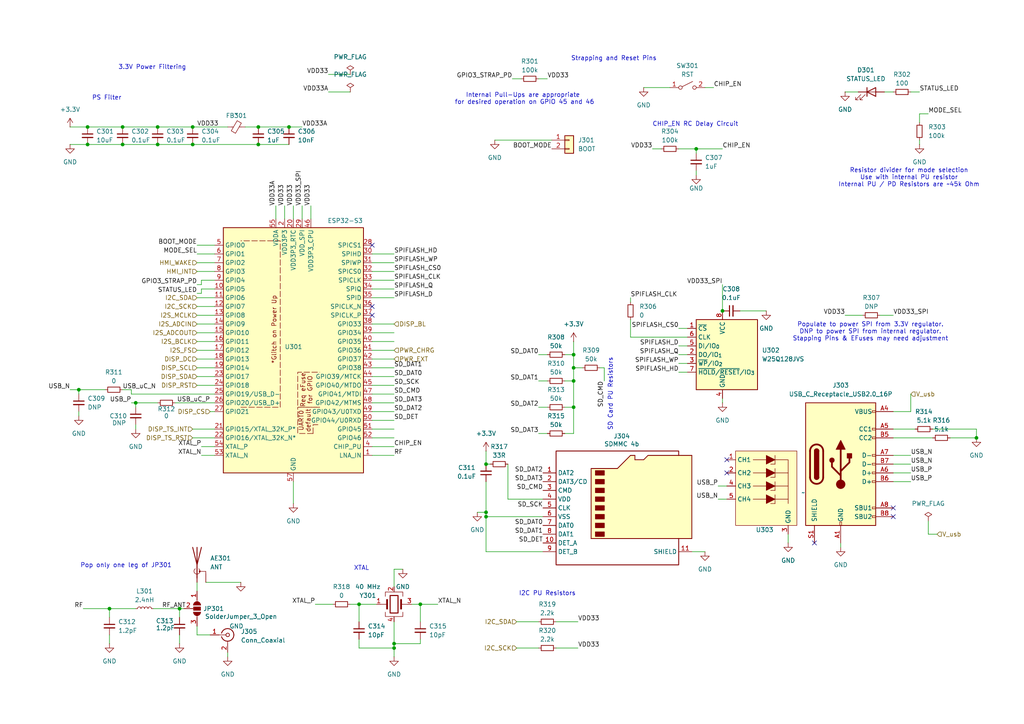
<source format=kicad_sch>
(kicad_sch (version 20250114) (generator "eeschema") (generator_version "9.0")
  (paper "A4")
  (text "Internal Pull-Ups are appropriate \nfor desired operation on GPIO 45 and 46" (at 152.146 28.702 0) (effects (font (size 1.27 1.27))))
  (text "3.3V Power Filtering" (at 34.29 20.32 0) (effects (font (size 1.27 1.27)) (justify left bottom)))
  (text "Resistor divider for mode selection\nUse with internal PU resistor\nInternal PU / PD Resistors are ~45k Ohm" (at 263.652 51.562 0) (effects (font (size 1.27 1.27))))
  (text "I2C PU Resistors" (at 158.75 172.212 0) (effects (font (size 1.27 1.27))))
  (text "CHIP_EN RC Delay Circuit" (at 189.23 36.83 0) (effects (font (size 1.27 1.27)) (justify left bottom)))
  (text "SD Card PU Resistors" (at 177.8 124.968 90) (effects (font (size 1.27 1.27)) (justify left bottom)))
  (text "Strapping and Reset Pins" (at 165.608 17.78 0) (effects (font (size 1.27 1.27)) (justify left bottom)))
  (text "Pop only one leg of JP301" (at 36.576 164.084 0) (effects (font (size 1.27 1.27))))
  (text "XTAL" (at 102.616 165.608 0) (effects (font (size 1.27 1.27)) (justify left bottom)))
  (text "PS Filter" (at 26.67 29.21 0) (effects (font (size 1.27 1.27)) (justify left bottom)))
  (text "Populate to power SPI from 3.3V regulator.\nDNP to power SPI from internal regulator.\nStapping Pins & EFuses may need adjustment" (at 252.476 96.266 0) (effects (font (size 1.27 1.27))))
  (junction (at 166.37 118.11))
  (junction (at 31.75 176.53))
  (junction (at 35.56 41.91))
  (junction (at 39.37 116.84))
  (junction (at 22.86 113.03))
  (junction (at 166.37 106.68))
  (junction (at 45.72 41.91))
  (junction (at 35.56 36.83))
  (junction (at 140.97 148.59))
  (junction (at 74.93 41.91))
  (junction (at 121.92 175.26))
  (junction (at 52.07 176.53))
  (junction (at 140.97 134.62))
  (junction (at 166.37 110.49))
  (junction (at 114.3 186.69))
  (junction (at 55.88 36.83))
  (junction (at 55.88 41.91))
  (junction (at 74.93 36.83))
  (junction (at 201.93 43.18))
  (junction (at 283.21 127))
  (junction (at 166.37 102.87))
  (junction (at 114.3 187.96))
  (junction (at 140.97 149.86))
  (junction (at 104.14 175.26))
  (junction (at 83.82 36.83))
  (junction (at 25.4 36.83))
  (junction (at 45.72 36.83))
  (junction (at 209.55 90.17))
  (junction (at 25.4 41.91))
  (no_connect (at 107.95 71.12))
  (no_connect (at 107.95 88.9))
  (no_connect (at 107.95 91.44))
  (no_connect (at 210.82 133.35))
  (no_connect (at 210.82 137.16))
  (no_connect (at 259.08 147.32))
  (no_connect (at 259.08 149.86))
  (no_connect (at 236.22 157.48))
  (wire (pts (xy 57.15 91.44) (xy 62.23 91.44)))
  (wire (pts (xy 57.15 111.76) (xy 62.23 111.76)))
  (wire (pts (xy 107.95 78.74) (xy 114.3 78.74)))
  (wire (pts (xy 107.95 127) (xy 114.3 127)))
  (wire (pts (xy 22.86 114.3) (xy 22.86 113.03)))
  (wire (pts (xy 147.32 144.78) (xy 157.48 144.78)))
  (wire (pts (xy 107.95 132.08) (xy 114.3 132.08)))
  (wire (pts (xy 259.08 119.38) (xy 264.16 119.38)))
  (wire (pts (xy 55.88 127) (xy 62.23 127)))
  (wire (pts (xy 166.37 118.11) (xy 166.37 110.49)))
  (wire (pts (xy 57.15 86.36) (xy 62.23 86.36)))
  (wire (pts (xy 275.59 127) (xy 283.21 127)))
  (wire (pts (xy 107.95 86.36) (xy 114.3 86.36)))
  (wire (pts (xy 107.95 73.66) (xy 114.3 73.66)))
  (wire (pts (xy 182.88 92.71) (xy 182.88 97.79)))
  (wire (pts (xy 59.69 168.91) (xy 69.85 168.91)))
  (wire (pts (xy 107.95 114.3) (xy 114.3 114.3)))
  (wire (pts (xy 166.37 106.68) (xy 168.91 106.68)))
  (wire (pts (xy 201.93 50.8) (xy 201.93 49.53)))
  (wire (pts (xy 245.11 26.67) (xy 248.92 26.67)))
  (wire (pts (xy 114.3 186.69) (xy 114.3 187.96)))
  (wire (pts (xy 166.37 102.87) (xy 166.37 99.06)))
  (wire (pts (xy 20.32 36.83) (xy 25.4 36.83)))
  (wire (pts (xy 138.43 148.59) (xy 140.97 148.59)))
  (wire (pts (xy 121.92 175.26) (xy 127 175.26)))
  (wire (pts (xy 58.42 82.55) (xy 58.42 81.28)))
  (wire (pts (xy 114.3 187.96) (xy 114.3 190.5)))
  (wire (pts (xy 58.42 83.82) (xy 62.23 83.82)))
  (wire (pts (xy 57.15 101.6) (xy 62.23 101.6)))
  (wire (pts (xy 161.29 187.96) (xy 167.64 187.96)))
  (wire (pts (xy 156.21 102.87) (xy 158.75 102.87)))
  (wire (pts (xy 264.16 26.67) (xy 266.7 26.67)))
  (wire (pts (xy 35.56 113.03) (xy 38.1 113.03)))
  (wire (pts (xy 31.75 176.53) (xy 39.37 176.53)))
  (wire (pts (xy 163.83 118.11) (xy 166.37 118.11)))
  (wire (pts (xy 74.93 41.91) (xy 83.82 41.91)))
  (wire (pts (xy 22.86 113.03) (xy 30.48 113.03)))
  (wire (pts (xy 269.24 151.13) (xy 269.24 154.94)))
  (wire (pts (xy 166.37 110.49) (xy 166.37 106.68)))
  (wire (pts (xy 121.92 175.26) (xy 121.92 180.34)))
  (wire (pts (xy 140.97 130.81) (xy 140.97 134.62)))
  (wire (pts (xy 147.32 144.78) (xy 147.32 134.62)))
  (wire (pts (xy 107.95 119.38) (xy 114.3 119.38)))
  (wire (pts (xy 25.4 36.83) (xy 35.56 36.83)))
  (wire (pts (xy 148.59 22.86) (xy 151.13 22.86)))
  (wire (pts (xy 104.14 187.96) (xy 114.3 187.96)))
  (wire (pts (xy 189.23 43.18) (xy 191.77 43.18)))
  (wire (pts (xy 57.15 181.61) (xy 57.15 184.15)))
  (wire (pts (xy 209.55 82.55) (xy 209.55 90.17)))
  (wire (pts (xy 140.97 139.7) (xy 140.97 148.59)))
  (wire (pts (xy 31.75 184.15) (xy 31.75 186.69)))
  (wire (pts (xy 22.86 119.38) (xy 22.86 120.65)))
  (wire (pts (xy 259.08 134.62) (xy 264.16 134.62)))
  (wire (pts (xy 255.27 91.44) (xy 259.08 91.44)))
  (wire (pts (xy 57.15 73.66) (xy 62.23 73.66)))
  (wire (pts (xy 38.1 113.03) (xy 38.1 114.3)))
  (wire (pts (xy 52.07 176.53) (xy 53.34 176.53)))
  (wire (pts (xy 114.3 165.1) (xy 116.84 165.1)))
  (wire (pts (xy 156.21 22.86) (xy 158.75 22.86)))
  (wire (pts (xy 57.15 104.14) (xy 62.23 104.14)))
  (wire (pts (xy 57.15 76.2) (xy 62.23 76.2)))
  (wire (pts (xy 204.47 25.4) (xy 207.01 25.4)))
  (wire (pts (xy 269.24 154.94) (xy 271.78 154.94)))
  (wire (pts (xy 208.28 140.97) (xy 210.82 140.97)))
  (wire (pts (xy 107.95 101.6) (xy 114.3 101.6)))
  (wire (pts (xy 107.95 106.68) (xy 114.3 106.68)))
  (wire (pts (xy 214.63 90.17) (xy 222.25 90.17)))
  (wire (pts (xy 196.85 105.41) (xy 199.39 105.41)))
  (wire (pts (xy 283.21 127) (xy 283.21 124.46)))
  (wire (pts (xy 166.37 125.73) (xy 166.37 118.11)))
  (wire (pts (xy 44.45 176.53) (xy 52.07 176.53)))
  (wire (pts (xy 121.92 186.69) (xy 121.92 185.42)))
  (wire (pts (xy 196.85 95.25) (xy 199.39 95.25)))
  (wire (pts (xy 58.42 85.09) (xy 58.42 83.82)))
  (wire (pts (xy 60.96 119.38) (xy 62.23 119.38)))
  (wire (pts (xy 182.88 97.79) (xy 199.39 97.79)))
  (wire (pts (xy 57.15 99.06) (xy 62.23 99.06)))
  (wire (pts (xy 24.13 176.53) (xy 31.75 176.53)))
  (wire (pts (xy 57.15 88.9) (xy 62.23 88.9)))
  (wire (pts (xy 39.37 118.11) (xy 39.37 116.84)))
  (wire (pts (xy 163.83 102.87) (xy 166.37 102.87)))
  (wire (pts (xy 57.15 168.91) (xy 57.15 171.45)))
  (wire (pts (xy 196.85 100.33) (xy 199.39 100.33)))
  (wire (pts (xy 201.93 43.18) (xy 201.93 44.45)))
  (wire (pts (xy 50.8 116.84) (xy 62.23 116.84)))
  (wire (pts (xy 107.95 116.84) (xy 114.3 116.84)))
  (wire (pts (xy 80.01 59.69) (xy 80.01 63.5)))
  (wire (pts (xy 256.54 26.67) (xy 259.08 26.67)))
  (wire (pts (xy 57.15 93.98) (xy 62.23 93.98)))
  (wire (pts (xy 156.21 118.11) (xy 158.75 118.11)))
  (wire (pts (xy 101.6 175.26) (xy 104.14 175.26)))
  (wire (pts (xy 58.42 81.28) (xy 62.23 81.28)))
  (wire (pts (xy 57.15 78.74) (xy 62.23 78.74)))
  (wire (pts (xy 107.95 111.76) (xy 114.3 111.76)))
  (wire (pts (xy 149.86 187.96) (xy 156.21 187.96)))
  (wire (pts (xy 196.85 102.87) (xy 199.39 102.87)))
  (wire (pts (xy 82.55 59.69) (xy 82.55 63.5)))
  (wire (pts (xy 90.17 59.69) (xy 90.17 63.5)))
  (wire (pts (xy 71.12 36.83) (xy 74.93 36.83)))
  (wire (pts (xy 58.42 132.08) (xy 62.23 132.08)))
  (wire (pts (xy 85.09 139.7) (xy 85.09 146.05)))
  (wire (pts (xy 55.88 124.46) (xy 62.23 124.46)))
  (wire (pts (xy 243.84 157.48) (xy 243.84 158.75)))
  (wire (pts (xy 55.88 41.91) (xy 74.93 41.91)))
  (wire (pts (xy 140.97 160.02) (xy 157.48 160.02)))
  (wire (pts (xy 35.56 41.91) (xy 45.72 41.91)))
  (wire (pts (xy 196.85 107.95) (xy 199.39 107.95)))
  (wire (pts (xy 259.08 132.08) (xy 264.16 132.08)))
  (wire (pts (xy 114.3 170.18) (xy 114.3 165.1)))
  (wire (pts (xy 104.14 175.26) (xy 104.14 180.34)))
  (wire (pts (xy 45.72 36.83) (xy 55.88 36.83)))
  (wire (pts (xy 57.15 96.52) (xy 62.23 96.52)))
  (wire (pts (xy 107.95 99.06) (xy 114.3 99.06)))
  (wire (pts (xy 38.1 116.84) (xy 39.37 116.84)))
  (wire (pts (xy 55.88 36.83) (xy 66.04 36.83)))
  (wire (pts (xy 119.38 175.26) (xy 121.92 175.26)))
  (wire (pts (xy 140.97 148.59) (xy 140.97 149.86)))
  (wire (pts (xy 104.14 187.96) (xy 104.14 185.42)))
  (wire (pts (xy 259.08 127) (xy 270.51 127)))
  (wire (pts (xy 107.95 76.2) (xy 114.3 76.2)))
  (wire (pts (xy 283.21 124.46) (xy 270.51 124.46)))
  (wire (pts (xy 259.08 139.7) (xy 264.16 139.7)))
  (wire (pts (xy 20.32 113.03) (xy 22.86 113.03)))
  (wire (pts (xy 25.4 41.91) (xy 35.56 41.91)))
  (wire (pts (xy 156.21 125.73) (xy 158.75 125.73)))
  (wire (pts (xy 57.15 109.22) (xy 62.23 109.22)))
  (wire (pts (xy 45.72 41.91) (xy 55.88 41.91)))
  (wire (pts (xy 107.95 124.46) (xy 114.3 124.46)))
  (wire (pts (xy 259.08 137.16) (xy 264.16 137.16)))
  (wire (pts (xy 266.7 40.64) (xy 266.7 41.91)))
  (wire (pts (xy 95.25 21.59) (xy 101.6 21.59)))
  (wire (pts (xy 182.88 86.36) (xy 182.88 87.63)))
  (wire (pts (xy 107.95 121.92) (xy 114.3 121.92)))
  (wire (pts (xy 39.37 123.19) (xy 39.37 124.46)))
  (wire (pts (xy 161.29 180.34) (xy 167.64 180.34)))
  (wire (pts (xy 140.97 149.86) (xy 157.48 149.86)))
  (wire (pts (xy 163.83 110.49) (xy 166.37 110.49)))
  (wire (pts (xy 57.15 71.12) (xy 62.23 71.12)))
  (wire (pts (xy 95.25 26.67) (xy 101.6 26.67)))
  (wire (pts (xy 264.16 114.3) (xy 264.16 119.38)))
  (wire (pts (xy 35.56 36.83) (xy 45.72 36.83)))
  (wire (pts (xy 91.44 175.26) (xy 96.52 175.26)))
  (wire (pts (xy 209.55 115.57) (xy 209.55 116.84)))
  (wire (pts (xy 74.93 36.83) (xy 83.82 36.83)))
  (wire (pts (xy 107.95 81.28) (xy 114.3 81.28)))
  (wire (pts (xy 31.75 176.53) (xy 31.75 179.07)))
  (wire (pts (xy 87.63 59.69) (xy 87.63 63.5)))
  (wire (pts (xy 57.15 106.68) (xy 62.23 106.68)))
  (wire (pts (xy 114.3 180.34) (xy 114.3 186.69)))
  (wire (pts (xy 104.14 175.26) (xy 109.22 175.26)))
  (wire (pts (xy 52.07 184.15) (xy 52.07 186.69)))
  (wire (pts (xy 143.51 40.64) (xy 160.02 40.64)))
  (wire (pts (xy 266.7 33.02) (xy 266.7 35.56)))
  (wire (pts (xy 200.66 160.02) (xy 204.47 160.02)))
  (wire (pts (xy 107.95 104.14) (xy 114.3 104.14)))
  (wire (pts (xy 266.7 33.02) (xy 269.24 33.02)))
  (wire (pts (xy 107.95 96.52) (xy 114.3 96.52)))
  (wire (pts (xy 66.04 189.23) (xy 66.04 190.5)))
  (wire (pts (xy 186.69 25.4) (xy 194.31 25.4)))
  (wire (pts (xy 107.95 129.54) (xy 114.3 129.54)))
  (wire (pts (xy 57.15 82.55) (xy 58.42 82.55)))
  (wire (pts (xy 208.28 144.78) (xy 210.82 144.78)))
  (wire (pts (xy 20.32 41.91) (xy 25.4 41.91)))
  (wire (pts (xy 149.86 180.34) (xy 156.21 180.34)))
  (wire (pts (xy 163.83 125.73) (xy 166.37 125.73)))
  (wire (pts (xy 83.82 36.83) (xy 87.63 36.83)))
  (wire (pts (xy 107.95 93.98) (xy 114.3 93.98)))
  (wire (pts (xy 58.42 129.54) (xy 62.23 129.54)))
  (wire (pts (xy 196.85 43.18) (xy 201.93 43.18)))
  (wire (pts (xy 259.08 124.46) (xy 265.43 124.46)))
  (wire (pts (xy 57.15 184.15) (xy 60.96 184.15)))
  (wire (pts (xy 140.97 134.62) (xy 142.24 134.62)))
  (wire (pts (xy 173.99 106.68) (xy 175.26 106.68)))
  (wire (pts (xy 166.37 106.68) (xy 166.37 102.87)))
  (wire (pts (xy 228.6 154.94) (xy 228.6 157.48)))
  (wire (pts (xy 52.07 179.07) (xy 52.07 176.53)))
  (wire (pts (xy 107.95 109.22) (xy 114.3 109.22)))
  (wire (pts (xy 201.93 43.18) (xy 209.55 43.18)))
  (wire (pts (xy 38.1 114.3) (xy 62.23 114.3)))
  (wire (pts (xy 114.3 186.69) (xy 121.92 186.69)))
  (wire (pts (xy 175.26 106.68) (xy 175.26 110.49)))
  (wire (pts (xy 57.15 85.09) (xy 58.42 85.09)))
  (wire (pts (xy 245.11 91.44) (xy 250.19 91.44)))
  (wire (pts (xy 107.95 83.82) (xy 114.3 83.82)))
  (wire (pts (xy 140.97 149.86) (xy 140.97 160.02)))
  (wire (pts (xy 85.09 59.69) (xy 85.09 63.5)))
  (wire (pts (xy 39.37 116.84) (xy 45.72 116.84)))
  (wire (pts (xy 156.21 110.49) (xy 158.75 110.49)))
  (label "SD_SCK" (at 157.48 147.32 180))
  (label "VDD33" (at 85.09 59.69 90))
  (label "VDD33" (at 57.15 36.83 0))
  (label "SPIFLASH_HD" (at 114.3 73.66 0))
  (label "XTAL_N" (at 58.42 132.08 180))
  (label "SD_DAT1" (at 157.48 154.94 180))
  (label "STATUS_LED" (at 57.15 85.09 180))
  (label "SD_DAT3" (at 114.3 116.84 0))
  (label "VDD33" (at 82.55 59.69 90))
  (label "RF" (at 24.13 176.53 180))
  (label "SD_CMD" (at 175.26 110.49 270))
  (label "BOOT_MODE" (at 57.15 71.12 180))
  (label "SPIFLASH_Q" (at 196.85 102.87 180))
  (label "SPIFLASH_CLK" (at 182.88 86.36 0))
  (label "SD_DAT1" (at 114.3 106.68 0))
  (label "SD_DAT2" (at 156.21 118.11 180))
  (label "SPIFLASH_CS0" (at 196.85 95.25 180))
  (label "USB_P" (at 264.16 139.7 0))
  (label "SPIFLASH_CLK" (at 114.3 81.28 0))
  (label "SD_CMD" (at 157.48 142.24 180))
  (label "RF" (at 114.3 132.08 0))
  (label "XTAL_P" (at 58.42 129.54 180))
  (label "SD_DAT2" (at 114.3 119.38 0))
  (label "VDD33" (at 167.64 180.34 0))
  (label "SD_DAT1" (at 156.21 110.49 180))
  (label "CHIP_EN" (at 207.01 25.4 0))
  (label "MODE_SEL" (at 269.24 33.02 0))
  (label "SD_DAT2" (at 157.48 137.16 180))
  (label "SPIFLASH_D" (at 196.85 100.33 180))
  (label "SD_DAT3" (at 157.48 139.7 180))
  (label "VDD33" (at 158.75 22.86 0))
  (label "USB_N" (at 20.32 113.03 180))
  (label "STATUS_LED" (at 266.7 26.67 0))
  (label "SD_DET" (at 114.3 121.92 0))
  (label "SD_DAT3" (at 156.21 125.73 180))
  (label "VDD33A" (at 95.25 26.67 180))
  (label "BOOT_MODE" (at 160.02 43.18 180))
  (label "VDD33_SPI" (at 209.55 82.55 180))
  (label "USB_P" (at 208.28 140.97 180))
  (label "USB_P" (at 38.1 116.84 180))
  (label "GPIO3_STRAP_PD" (at 57.15 82.55 180))
  (label "SD_SCK" (at 114.3 111.76 0))
  (label "MODE_SEL" (at 57.15 73.66 180))
  (label "SPIFLASH_HD" (at 196.85 107.95 180))
  (label "USB_P" (at 264.16 137.16 0))
  (label "VDD33_SPI" (at 259.08 91.44 0))
  (label "GPIO3_STRAP_PD" (at 148.59 22.86 180))
  (label "VDD33" (at 189.23 43.18 180))
  (label "VDD33" (at 245.11 91.44 180))
  (label "VDD33A" (at 87.63 36.83 0))
  (label "RF_ANT" (at 46.99 176.53 0))
  (label "CHIP_EN" (at 114.3 129.54 0))
  (label "VDD33" (at 95.25 21.59 180))
  (label "VDD33_SPI" (at 87.63 59.69 90))
  (label "SPIFLASH_WP" (at 114.3 76.2 0))
  (label "USB_N" (at 264.16 132.08 0))
  (label "SD_DAT0" (at 114.3 109.22 0))
  (label "VDD33" (at 90.17 59.69 90))
  (label "USB_N" (at 264.16 134.62 0))
  (label "SD_DAT0" (at 157.48 152.4 180))
  (label "XTAL_P" (at 91.44 175.26 180))
  (label "SD_DET" (at 157.48 157.48 180))
  (label "USB_uC_N" (at 35.56 113.03 0))
  (label "SD_DAT0" (at 156.21 102.87 180))
  (label "SPIFLASH_D" (at 114.3 86.36 0))
  (label "SPIFLASH_CS0" (at 114.3 78.74 0))
  (label "VDD33A" (at 80.01 59.69 90))
  (label "CHIP_EN" (at 209.55 43.18 0))
  (label "SD_CMD" (at 114.3 114.3 0))
  (label "XTAL_N" (at 127 175.26 0))
  (label "USB_uC_P" (at 60.96 116.84 180))
  (label "SPIFLASH_Q" (at 114.3 83.82 0))
  (label "VDD33" (at 167.64 187.96 0))
  (label "USB_N" (at 208.28 144.78 180))
  (label "SPIFLASH_WP" (at 196.85 105.41 180))
  (hierarchical_label "I2S_MCLK" (shape input) (at 57.15 91.44 180))
  (hierarchical_label "DISP_RST" (shape input) (at 57.15 111.76 180))
  (hierarchical_label "I2C_SCK" (shape input) (at 149.86 187.96 180))
  (hierarchical_label "I2S_FS" (shape input) (at 57.15 101.6 180))
  (hierarchical_label "PWR_CHRG" (shape input) (at 114.3 101.6 0))
  (hierarchical_label "PWR_EXT" (shape input) (at 114.3 104.14 0))
  (hierarchical_label "DISP_BL" (shape input) (at 114.3 93.98 0))
  (hierarchical_label "I2S_BCLK" (shape input) (at 57.15 99.06 180))
  (hierarchical_label "HMI_INT" (shape input) (at 57.15 78.74 180))
  (hierarchical_label "I2C_SCK" (shape input) (at 57.15 88.9 180))
  (hierarchical_label "I2S_ADCOUT" (shape input) (at 57.15 96.52 180))
  (hierarchical_label "DISP_CS" (shape input) (at 60.96 119.38 180))
  (hierarchical_label "DISP_DC" (shape input) (at 57.15 104.14 180))
  (hierarchical_label "DISP_SCL" (shape input) (at 57.15 106.68 180))
  (hierarchical_label "DISP_SDA" (shape input) (at 57.15 109.22 180))
  (hierarchical_label "V_usb" (shape input) (at 271.78 154.94 0))
  (hierarchical_label "DISP_TS_RST" (shape input) (at 55.88 127 180))
  (hierarchical_label "I2C_SDA" (shape input) (at 149.86 180.34 180))
  (hierarchical_label "I2C_SDA" (shape input) (at 57.15 86.36 180))
  (hierarchical_label "I2S_ADCIN" (shape input) (at 57.15 93.98 180))
  (hierarchical_label "V_usb" (shape input) (at 264.16 114.3 0))
  (hierarchical_label "HMI_WAKE" (shape input) (at 57.15 76.2 180))
  (hierarchical_label "DISP_TS_INT" (shape input) (at 55.88 124.46 180))
  (symbol (lib_id "Device:C_Small") (at 140.97 137.16 180) (unit 1)
    (property "Reference" "C411" (at 132.842 135.636 0) (effects (justify right)))
    (property "Value" "0.1uF" (at 132.588 138.176 0) (effects (justify right)))
    (property "Footprint" "Capacitor_SMD:C_0603_1608Metric" (effects (hide yes)))
    (instances (project "display_board" (path "" (reference "C311") (unit 1))) (project "display_board" (path "" (reference "C411") (unit 1))))
  )
  (symbol (lib_id "Device:R_Small") (at 261.62 26.67 90) (unit 1)
    (property "Reference" "R402" (at 261.62 21.59 90))
    (property "Value" "100" (at 261.62 24.13 90))
    (property "Footprint" "Resistor_SMD:R_0603_1608Metric" (effects (hide yes)))
    (property "Description" "Resistor, small symbol" (effects (hide yes)))
    (instances (project "display_board" (path "" (reference "R302") (unit 1))) (project "display_board" (path "" (reference "R402") (unit 1))))
  )
  (symbol (lib_id "Connector:Conn_Coaxial") (at 66.04 184.15 0) (unit 1)
    (property "Reference" "J405" (at 69.85 183.1732 0) (effects (justify left)))
    (property "Value" "Conn_Coaxial" (at 69.85 185.7132 0) (effects (justify left)))
    (property "Footprint" "Connector_Coaxial:U.FL_Molex_MCRF_73412-0110_Vertical" (effects (hide yes)))
    (property "Description" "coaxial connector (BNC, SMA, SMB, SMC, Cinch/RCA, LEMO, ...)" (effects (hide yes)))
    (instances (project "display_board" (path "" (reference "J305") (unit 1))) (project "display_board" (path "" (reference "J405") (unit 1))))
  )
  (symbol (lib_id "power:+3.3V") (at 166.37 99.06 0) (unit 1)
    (property "Reference" "#PWR0410" (effects (hide yes)))
    (property "Value" "+3.3V" (at 166.37 93.98 0))
    (instances (project "display_board" (path "" (reference "#PWR0310") (unit 1))) (project "display_board" (path "" (reference "#PWR0410") (unit 1))))
  )
  (symbol (lib_id "Device:R_Small") (at 158.75 187.96 90) (unit 1)
    (property "Reference" "R420" (at 158.75 182.88 90))
    (property "Value" "2.2k" (at 158.75 185.42 90))
    (property "Footprint" "Resistor_SMD:R_0805_2012Metric" (effects (hide yes)))
    (property "Description" "Resistor, small symbol" (effects (hide yes)))
    (instances (project "display_board" (path "" (reference "R320") (unit 1))) (project "display_board" (path "" (reference "R420") (unit 1))))
  )
  (symbol (lib_id "Device:R_Small") (at 99.06 175.26 90) (unit 1)
    (property "Reference" "R418" (at 99.06 170.18 90))
    (property "Value" "0" (at 99.06 172.72 90))
    (property "Footprint" "Resistor_SMD:R_0603_1608Metric" (effects (hide yes)))
    (property "Description" "Resistor, small symbol" (effects (hide yes)))
    (instances (project "display_board" (path "" (reference "R318") (unit 1))) (project "display_board" (path "" (reference "R418") (unit 1))))
  )
  (symbol (lib_id "Switch:SW_SPST") (at 199.39 25.4 0) (unit 1)
    (property "Reference" "SW401" (at 199.39 19.05 0))
    (property "Value" "RST" (at 199.39 21.59 0))
    (property "Footprint" "BVH_Switches:Tac_SMD_6.4mm_Side_SPST_NO" (effects (hide yes)))
    (instances (project "display_board" (path "" (reference "SW301") (unit 1))) (project "display_board" (path "" (reference "SW401") (unit 1))))
  )
  (symbol (lib_id "Device:C_Small") (at 121.92 182.88 0) (unit 1)
    (property "Reference" "C415" (at 124.46 181.6163 0) (effects (justify left)))
    (property "Value" "10pF" (at 124.46 184.1563 0) (effects (justify left)))
    (property "Footprint" "Capacitor_SMD:C_0603_1608Metric" (effects (hide yes)))
    (instances (project "display_board" (path "" (reference "C315") (unit 1))) (project "display_board" (path "" (reference "C415") (unit 1))))
  )
  (symbol (lib_id "BVH_ESP32:ESP32-S3") (at 85.09 101.6 0) (unit 1)
    (property "Reference" "U401" (at 82.55 100.584 0) (effects (justify left)))
    (property "Value" "ESP32-S3" (at 94.996 64.008 0) (effects (justify left)))
    (property "Footprint" "Package_DFN_QFN:QFN-56-1EP_7x7mm_P0.4mm_EP4x4mm_ThermalVias" (effects (hide yes)))
    (property "Datasheet" "https://www.espressif.com/sites/default/files/documentation/esp32-s3_datasheet_en.pdf" (effects (hide yes)))
    (property "Description" "Microcontroller, Wi-Fi 802.11b/g/n, Bluetooth, 32bit" (effects (hide yes)))
    (instances (project "display_board" (path "" (reference "U301") (unit 1))) (project "display_board" (path "" (reference "U401") (unit 1))))
  )
  (symbol (lib_id "Device:C_Small") (at 52.07 181.61 0) (unit 1)
    (property "Reference" "C413" (at 45.212 180.086 0) (effects (justify left)))
    (property "Value" "1.2pF" (at 45.212 182.118 0) (effects (justify left)))
    (property "Footprint" "Capacitor_SMD:C_0603_1608Metric" (effects (hide yes)))
    (instances (project "display_board" (path "" (reference "C313") (unit 1))) (project "display_board" (path "" (reference "C413") (unit 1))))
  )
  (symbol (lib_id "Device:C_Small") (at 31.75 181.61 0) (unit 1)
    (property "Reference" "C412" (at 34.29 180.3463 0) (effects (justify left)))
    (property "Value" "1.2pF" (at 34.29 182.8863 0) (effects (justify left)))
    (property "Footprint" "Capacitor_SMD:C_0603_1608Metric" (effects (hide yes)))
    (instances (project "display_board" (path "" (reference "C312") (unit 1))) (project "display_board" (path "" (reference "C412") (unit 1))))
  )
  (symbol (lib_id "power:+3.3V") (at 20.32 36.83 0) (unit 1)
    (property "Reference" "#PWR0403" (effects (hide yes)))
    (property "Value" "+3.3V" (at 20.32 31.75 0))
    (property "Description" "Power symbol creates a global label with name \"+3.3V\"" (effects (hide yes)))
    (instances (project "display_board" (path "" (reference "#PWR0303") (unit 1))) (project "display_board" (path "" (reference "#PWR0403") (unit 1))))
  )
  (symbol (lib_id "power:GND") (at 69.85 168.91 0) (unit 1)
    (property "Reference" "#PWR0422" (effects (hide yes)))
    (property "Value" "GND" (at 68.58 181.61 0))
    (property "Description" "Power symbol creates a global label with name \"GND\" , ground" (effects (hide yes)))
    (instances (project "display_board" (path "" (reference "#PWR0321") (unit 1))) (project "display_board" (path "" (reference "#PWR0422") (unit 1))))
  )
  (symbol (lib_id "Device:R_Small") (at 273.05 127 90) (unit 1)
    (property "Reference" "R416" (at 273.05 121.92 90))
    (property "Value" "5.1k" (at 273.05 124.46 90))
    (property "Footprint" "Resistor_SMD:R_0603_1608Metric" (effects (hide yes)))
    (property "Description" "Resistor, small symbol" (effects (hide yes)))
    (instances (project "display_board" (path "" (reference "R316") (unit 1))) (project "display_board" (path "" (reference "R416") (unit 1))))
  )
  (symbol (lib_id "power:GND") (at 204.47 160.02 0) (unit 1)
    (property "Reference" "#PWR0420" (effects (hide yes)))
    (property "Value" "GND" (at 204.47 165.1 0))
  )
  (symbol (lib_id "Device:FerriteBead_Small") (at 68.58 36.83 90) (unit 1)
    (property "Reference" "FB401" (at 68.58 33.528 90))
    (property "Value" "~" (at 68.5419 33.02 90))
    (property "Footprint" "Resistor_SMD:R_0805_2012Metric" (effects (hide yes)))
    (property "Description" "Ferrite bead, small symbol" (effects (hide yes)))
    (instances (project "display_board" (path "" (reference "FB301") (unit 1))) (project "display_board" (path "" (reference "FB401") (unit 1))))
  )
  (symbol (lib_id "Device:C_Small") (at 45.72 39.37 0) (unit 1)
    (property "Reference" "C403" (at 48.26 38.1063 0) (effects (justify left)))
    (property "Value" "0.1uF" (at 48.26 40.6463 0) (effects (justify left)))
    (property "Footprint" "Capacitor_SMD:C_0603_1608Metric" (effects (hide yes)))
    (instances (project "display_board" (path "" (reference "C303") (unit 1))) (project "display_board" (path "" (reference "C403") (unit 1))))
  )
  (symbol (lib_id "power:GND") (at 228.6 157.48 0) (unit 1)
    (property "Reference" "#PWR0418" (effects (hide yes)))
    (property "Value" "GND" (at 228.6 162.56 0))
    (property "Description" "Power symbol creates a global label with name \"GND\" , ground" (effects (hide yes)))
    (instances (project "display_board" (path "" (reference "#PWR0318") (unit 1))) (project "display_board" (path "" (reference "#PWR0418") (unit 1))))
  )
  (symbol (lib_id "Device:R_Small") (at 161.29 118.11 90) (unit 1)
    (property "Reference" "R413" (at 161.29 113.03 90))
    (property "Value" "50k" (at 161.29 115.57 90))
    (property "Footprint" "Resistor_SMD:R_0603_1608Metric" (effects (hide yes)))
    (property "Description" "Resistor, small symbol" (effects (hide yes)))
    (instances (project "display_board" (path "" (reference "R313") (unit 1))) (project "display_board" (path "" (reference "R413") (unit 1))))
  )
  (symbol (lib_id "Device:R_Small") (at 48.26 116.84 90) (unit 1)
    (property "Reference" "R412" (at 48.26 118.618 90))
    (property "Value" "0" (at 48.26 120.65 90))
    (property "Footprint" "Resistor_SMD:R_0603_1608Metric" (effects (hide yes)))
    (property "Description" "Resistor, small symbol" (effects (hide yes)))
    (instances (project "display_board" (path "" (reference "R312") (unit 1))) (project "display_board" (path "" (reference "R412") (unit 1))))
  )
  (symbol (lib_id "Device:R_Small") (at 267.97 124.46 90) (unit 1)
    (property "Reference" "R414" (at 267.97 119.38 90))
    (property "Value" "5.1k" (at 267.97 121.92 90))
    (property "Footprint" "Resistor_SMD:R_0603_1608Metric" (effects (hide yes)))
    (property "Description" "Resistor, small symbol" (effects (hide yes)))
    (instances (project "display_board" (path "" (reference "R314") (unit 1))) (project "display_board" (path "" (reference "R414") (unit 1))))
  )
  (symbol (lib_id "power:GND") (at 266.7 41.91 0) (unit 1)
    (property "Reference" "#PWR0406" (effects (hide yes)))
    (property "Value" "GND" (at 266.7 46.99 0))
    (property "Description" "Power symbol creates a global label with name \"GND\" , ground" (effects (hide yes)))
    (instances (project "display_board" (path "" (reference "#PWR0306") (unit 1))) (project "display_board" (path "" (reference "#PWR0406") (unit 1))))
  )
  (symbol (lib_id "Device:C_Small") (at 35.56 39.37 0) (unit 1)
    (property "Reference" "C402" (at 38.1 38.1063 0) (effects (justify left)))
    (property "Value" "0.1uF" (at 38.1 40.6463 0) (effects (justify left)))
    (property "Footprint" "Capacitor_SMD:C_0603_1608Metric" (effects (hide yes)))
    (instances (project "display_board" (path "" (reference "C302") (unit 1))) (project "display_board" (path "" (reference "C402") (unit 1))))
  )
  (symbol (lib_id "Device:R_Small") (at 182.88 90.17 180) (unit 1)
    (property "Reference" "R406" (at 185.42 88.8999 0) (effects (justify right)))
    (property "Value" "0" (at 185.42 91.4399 0) (effects (justify right)))
    (property "Footprint" "Resistor_SMD:R_0603_1608Metric" (effects (hide yes)))
    (property "Description" "Resistor, small symbol" (effects (hide yes)))
    (instances (project "display_board" (path "" (reference "R306") (unit 1))) (project "display_board" (path "" (reference "R406") (unit 1))))
  )
  (symbol (lib_id "power:PWR_FLAG") (at 101.6 26.67 0) (unit 1)
    (property "Reference" "#FLG0402" (effects (hide yes)))
    (property "Value" "PWR_FLAG" (at 101.6 21.59 0))
    (property "Description" "Special symbol for telling ERC where power comes from" (effects (hide yes)))
    (instances (project "display_board" (path "" (reference "#FLG0302") (unit 1))) (project "display_board" (path "" (reference "#FLG0402") (unit 1))))
  )
  (symbol (lib_id "Device:R_Small") (at 33.02 113.03 90) (unit 1)
    (property "Reference" "R411" (at 33.02 107.95 90))
    (property "Value" "0" (at 33.02 110.49 90))
    (property "Footprint" "Resistor_SMD:R_0603_1608Metric" (effects (hide yes)))
    (property "Description" "Resistor, small symbol" (effects (hide yes)))
    (instances (project "display_board" (path "" (reference "R311") (unit 1))) (project "display_board" (path "" (reference "R411") (unit 1))))
  )
  (symbol (lib_id "Device:C_Small") (at 22.86 116.84 0) (unit 1)
    (property "Reference" "C409" (at 25.4 115.5762 0) (effects (justify left)))
    (property "Value" "DNP" (at 25.4 118.1162 0) (effects (justify left)))
    (property "Footprint" "Capacitor_SMD:C_0603_1608Metric" (effects (hide yes)))
    (property "Description" "Unpolarized capacitor, small symbol" (effects (hide yes)))
    (instances (project "display_board" (path "" (reference "C309") (unit 1))) (project "display_board" (path "" (reference "C409") (unit 1))))
  )
  (symbol (lib_id "Device:R_Small") (at 266.7 38.1 180) (unit 1)
    (property "Reference" "R403" (at 269.24 36.8299 0) (effects (justify right)))
    (property "Value" "100k" (at 269.24 39.3699 0) (effects (justify right)))
    (property "Footprint" "Resistor_SMD:R_0603_1608Metric" (effects (hide yes)))
    (property "Description" "Resistor, small symbol" (effects (hide yes)))
    (instances (project "display_board" (path "" (reference "R303") (unit 1))) (project "display_board" (path "" (reference "R403") (unit 1))))
  )
  (symbol (lib_id "power:GND") (at 66.04 190.5 0) (unit 1)
    (property "Reference" "#PWR0425" (effects (hide yes)))
    (property "Value" "GND" (at 66.04 195.58 0))
    (property "Description" "Power symbol creates a global label with name \"GND\" , ground" (effects (hide yes)))
    (instances (project "display_board" (path "" (reference "#PWR0324") (unit 1))) (project "display_board" (path "" (reference "#PWR0425") (unit 1))))
  )
  (symbol (lib_id "Device:C_Small") (at 83.82 39.37 0) (unit 1)
    (property "Reference" "C406" (at 86.36 38.1063 0) (effects (justify left)))
    (property "Value" "10nF" (at 86.36 40.6463 0) (effects (justify left)))
    (property "Footprint" "Capacitor_SMD:C_0603_1608Metric" (effects (hide yes)))
    (instances (project "display_board" (path "" (reference "C306") (unit 1))) (project "display_board" (path "" (reference "C406") (unit 1))))
  )
  (symbol (lib_id "BVH_Crystals:Crystal_GND24") (at 114.3 175.26 0) (unit 1)
    (property "Reference" "Y401" (at 106.68 172.72 0))
    (property "Value" "40 MHz" (at 106.68 170.18 0))
    (property "Footprint" "Crystal:Crystal_SMD_2016-4Pin_2.0x1.6mm" (effects (hide yes)))
    (instances (project "display_board" (path "" (reference "Y301") (unit 1))) (project "display_board" (path "" (reference "Y401") (unit 1))))
  )
  (symbol (lib_id "Device:C_Small") (at 104.14 182.88 0) (unit 1)
    (property "Reference" "C414" (at 106.68 181.6163 0) (effects (justify left)))
    (property "Value" "10pF" (at 106.68 184.1563 0) (effects (justify left)))
    (property "Footprint" "Capacitor_SMD:C_0603_1608Metric" (effects (hide yes)))
    (instances (project "display_board" (path "" (reference "C314") (unit 1))) (project "display_board" (path "" (reference "C414") (unit 1))))
  )
  (symbol (lib_id "power:GND") (at 114.3 190.5 0) (unit 1)
    (property "Reference" "#PWR0426" (effects (hide yes)))
    (property "Value" "GND" (at 114.3 195.58 0))
    (property "Description" "Power symbol creates a global label with name \"GND\" , ground" (effects (hide yes)))
    (instances (project "display_board" (path "" (reference "#PWR0325") (unit 1))) (project "display_board" (path "" (reference "#PWR0426") (unit 1))))
  )
  (symbol (lib_id "power:PWR_FLAG") (at 269.24 151.13 0) (unit 1)
    (property "Reference" "#FLG0403" (effects (hide yes)))
    (property "Value" "PWR_FLAG" (at 269.24 146.05 0))
    (property "Description" "Special symbol for telling ERC where power comes from" (effects (hide yes)))
  )
  (symbol (lib_id "Device:R_Small") (at 252.73 91.44 90) (unit 1)
    (property "Reference" "R407" (at 252.73 86.36 90))
    (property "Value" "DNP" (at 252.73 88.9 90))
    (property "Footprint" "Resistor_SMD:R_0603_1608Metric" (effects (hide yes)))
    (property "Description" "Resistor, small symbol" (effects (hide yes)))
    (instances (project "display_board" (path "" (reference "R307") (unit 1))) (project "display_board" (path "" (reference "R407") (unit 1))))
  )
  (symbol (lib_id "Device:R_Small") (at 144.78 134.62 90) (unit 1)
    (property "Reference" "R417" (at 144.78 129.54 90))
    (property "Value" "33R" (at 144.78 132.08 90))
    (property "Footprint" "Resistor_SMD:R_0603_1608Metric" (effects (hide yes)))
    (property "Description" "Resistor, small symbol" (effects (hide yes)))
    (instances (project "display_board" (path "" (reference "R317") (unit 1))) (project "display_board" (path "" (reference "R417") (unit 1))))
  )
  (symbol (lib_id "Device:C_Small") (at 74.93 39.37 0) (unit 1)
    (property "Reference" "C405" (at 77.47 38.1063 0) (effects (justify left)))
    (property "Value" "1uF" (at 77.47 40.6463 0) (effects (justify left)))
    (property "Footprint" "Capacitor_SMD:C_0603_1608Metric" (effects (hide yes)))
    (instances (project "display_board" (path "" (reference "C305") (unit 1))) (project "display_board" (path "" (reference "C405") (unit 1))))
  )
  (symbol (lib_id "power:GND") (at 245.11 26.67 0) (unit 1)
    (property "Reference" "#PWR0402" (effects (hide yes)))
    (property "Value" "GND" (at 245.11 31.75 0))
    (property "Description" "Power symbol creates a global label with name \"GND\" , ground" (effects (hide yes)))
    (instances (project "display_board" (path "" (reference "#PWR0302") (unit 1))) (project "display_board" (path "" (reference "#PWR0402") (unit 1))))
  )
  (symbol (lib_id "Memory_Flash:W25Q128JVS") (at 209.55 102.87 0) (unit 1)
    (property "Reference" "U402" (at 220.98 101.5999 0) (effects (justify left)))
    (property "Value" "W25Q128JVS" (at 220.98 104.1399 0) (effects (justify left)))
    (property "Footprint" "Package_SO:SOIC-8_5.3x5.3mm_P1.27mm" (effects (hide yes)))
    (property "Datasheet" "https://www.winbond.com/resource-files/w25q128jv_dtr%20revc%2003272018%20plus.pdf" (effects (hide yes)))
    (property "Description" "128Mbit / 16MiB Serial Flash Memory, Standard/Dual/Quad SPI, 2.7-3.6V, SOIC-8" (effects (hide yes)))
    (instances (project "display_board" (path "" (reference "U302") (unit 1))) (project "display_board" (path "" (reference "U402") (unit 1))))
  )
  (symbol (lib_id "BVH_RF_Ham:Antenna_Shield") (at 57.15 163.83 0) (unit 1)
    (property "Reference" "AE401" (at 60.96 161.9249 0) (effects (justify left)))
    (property "Value" "ANT" (at 60.96 164.4649 0) (effects (justify left)))
    (property "Footprint" "BVH_RF_Ham:ANT2012LL13R2400A" (effects (hide yes)))
    (property "Description" "Antenna with extra pin for shielding" (effects (hide yes)))
    (instances (project "display_board" (path "" (reference "AE301") (unit 1))) (project "display_board" (path "" (reference "AE401") (unit 1))))
  )
  (symbol (lib_id "power:GND") (at 138.43 148.59 0) (unit 1)
    (property "Reference" "#PWR0417" (effects (hide yes)))
    (property "Value" "GND" (at 138.43 153.67 0))
    (instances (project "display_board" (path "" (reference "#PWR0317") (unit 1))) (project "display_board" (path "" (reference "#PWR0417") (unit 1))))
  )
  (symbol (lib_id "Device:LED") (at 252.73 26.67 0) (unit 1)
    (property "Reference" "D401" (at 251.1425 20.32 0))
    (property "Value" "STATUS_LED" (at 251.1425 22.86 0))
    (property "Footprint" "LED_SMD:LED_0805_2012Metric" (effects (hide yes)))
    (property "Description" "Light emitting diode" (effects (hide yes)))
    (property "Sim.Pins" "1=K 2=A" (effects (hide yes)))
    (instances (project "display_board" (path "" (reference "D301") (unit 1))) (project "display_board" (path "" (reference "D401") (unit 1))))
  )
  (symbol (lib_id "Connector_Generic:Conn_01x02") (at 165.1 40.64 0) (unit 1)
    (property "Reference" "J401" (at 167.64 40.6399 0) (effects (justify left)))
    (property "Value" "BOOT" (at 167.64 43.1799 0) (effects (justify left)))
    (property "Footprint" "Connector_PinHeader_2.54mm:PinHeader_1x02_P2.54mm_Vertical" (effects (hide yes)))
    (property "Description" "Generic connector, single row, 01x02, script generated (kicad-library-utils/schlib/autogen/connector/)" (effects (hide yes)))
    (instances (project "display_board" (path "" (reference "J301") (unit 1))) (project "display_board" (path "" (reference "J401") (unit 1))))
  )
  (symbol (lib_id "power:GND") (at 209.55 116.84 0) (unit 1)
    (property "Reference" "#PWR0411" (effects (hide yes)))
    (property "Value" "GND" (at 209.55 121.92 0))
    (property "Description" "Power symbol creates a global label with name \"GND\" , ground" (effects (hide yes)))
    (instances (project "display_board" (path "" (reference "#PWR0311") (unit 1))) (project "display_board" (path "" (reference "#PWR0411") (unit 1))))
  )
  (symbol (lib_id "power:+3.3V") (at 140.97 130.81 0) (unit 1)
    (property "Reference" "#PWR0415" (effects (hide yes)))
    (property "Value" "+3.3V" (at 140.97 125.73 0))
    (instances (project "display_board" (path "" (reference "#PWR0315") (unit 1))) (project "display_board" (path "" (reference "#PWR0415") (unit 1))))
  )
  (symbol (lib_id "power:PWR_FLAG") (at 101.6 21.59 0) (unit 1)
    (property "Reference" "#FLG0401" (effects (hide yes)))
    (property "Value" "PWR_FLAG" (at 101.6 16.51 0))
    (property "Description" "Special symbol for telling ERC where power comes from" (effects (hide yes)))
    (instances (project "display_board" (path "" (reference "#FLG0301") (unit 1))) (project "display_board" (path "" (reference "#FLG0401") (unit 1))))
  )
  (symbol (lib_id "Device:C_Small") (at 39.37 120.65 0) (unit 1)
    (property "Reference" "C410" (at 31.75 120.65 0) (effects (justify left)))
    (property "Value" "DNP" (at 32.512 122.682 0) (effects (justify left)))
    (property "Footprint" "Capacitor_SMD:C_0603_1608Metric" (effects (hide yes)))
    (property "Description" "Unpolarized capacitor, small symbol" (effects (hide yes)))
    (instances (project "display_board" (path "" (reference "C310") (unit 1))) (project "display_board" (path "" (reference "C410") (unit 1))))
  )
  (symbol (lib_id "power:GND") (at 222.25 90.17 0) (unit 1)
    (property "Reference" "#PWR0409" (effects (hide yes)))
    (property "Value" "GND" (at 222.25 95.25 0))
    (property "Description" "Power symbol creates a global label with name \"GND\" , ground" (effects (hide yes)))
    (instances (project "display_board" (path "" (reference "#PWR0309") (unit 1))) (project "display_board" (path "" (reference "#PWR0409") (unit 1))))
  )
  (symbol (lib_id "Device:C_Small") (at 25.4 39.37 0) (unit 1)
    (property "Reference" "C401" (at 27.94 38.1063 0) (effects (justify left)))
    (property "Value" "10uF" (at 27.94 40.6463 0) (effects (justify left)))
    (property "Footprint" "Capacitor_SMD:C_0805_2012Metric" (effects (hide yes)))
    (instances (project "display_board" (path "" (reference "C301") (unit 1))) (project "display_board" (path "" (reference "C401") (unit 1))))
  )
  (symbol (lib_id "Device:C_Small") (at 201.93 46.99 0) (unit 1)
    (property "Reference" "C407" (at 204.47 45.7263 0) (effects (justify left)))
    (property "Value" "1uF" (at 204.47 48.2663 0) (effects (justify left)))
    (property "Footprint" "Capacitor_SMD:C_0805_2012Metric" (effects (hide yes)))
    (instances (project "display_board" (path "" (reference "C307") (unit 1))) (project "display_board" (path "" (reference "C407") (unit 1))))
  )
  (symbol (lib_id "power:GND") (at 143.51 40.64 0) (unit 1)
    (property "Reference" "#PWR0404" (effects (hide yes)))
    (property "Value" "GND" (at 143.51 45.72 0))
    (property "Description" "Power symbol creates a global label with name \"GND\" , ground" (effects (hide yes)))
    (instances (project "display_board" (path "" (reference "#PWR0304") (unit 1))) (project "display_board" (path "" (reference "#PWR0404") (unit 1))))
  )
  (symbol (lib_id "power:GND") (at 201.93 50.8 0) (unit 1)
    (property "Reference" "#PWR0407" (effects (hide yes)))
    (property "Value" "GND" (at 201.93 54.61 0))
    (property "Description" "Power symbol creates a global label with name \"GND\" , ground" (effects (hide yes)))
    (instances (project "display_board" (path "" (reference "#PWR0307") (unit 1))) (project "display_board" (path "" (reference "#PWR0407") (unit 1))))
  )
  (symbol (lib_id "power:GND") (at 283.21 127 0) (unit 1)
    (property "Reference" "#PWR0414" (effects (hide yes)))
    (property "Value" "GND" (at 283.21 132.08 0))
    (property "Description" "Power symbol creates a global label with name \"GND\" , ground" (effects (hide yes)))
    (instances (project "display_board" (path "" (reference "#PWR0314") (unit 1))) (project "display_board" (path "" (reference "#PWR0414") (unit 1))))
  )
  (symbol (lib_id "power:GND") (at 20.32 41.91 0) (unit 1)
    (property "Reference" "#PWR0405" (effects (hide yes)))
    (property "Value" "GND" (at 20.32 46.99 0))
    (property "Description" "Power symbol creates a global label with name \"GND\" , ground" (effects (hide yes)))
    (instances (project "display_board" (path "" (reference "#PWR0305") (unit 1))) (project "display_board" (path "" (reference "#PWR0405") (unit 1))))
  )
  (symbol (lib_id "power:GND") (at 85.09 146.05 0) (unit 1)
    (property "Reference" "#PWR0416" (effects (hide yes)))
    (property "Value" "GND" (at 85.09 151.13 0))
    (property "Description" "Power symbol creates a global label with name \"GND\" , ground" (effects (hide yes)))
    (instances (project "display_board" (path "" (reference "#PWR0316") (unit 1))) (project "display_board" (path "" (reference "#PWR0416") (unit 1))))
  )
  (symbol (lib_id "power:GND") (at 243.84 158.75 0) (unit 1)
    (property "Reference" "#PWR0419" (effects (hide yes)))
    (property "Value" "GND" (at 243.84 163.83 0))
    (property "Description" "Power symbol creates a global label with name \"GND\" , ground" (effects (hide yes)))
    (instances (project "display_board" (path "" (reference "#PWR0319") (unit 1))) (project "display_board" (path "" (reference "#PWR0419") (unit 1))))
  )
  (symbol (lib_id "Device:R_Small") (at 161.29 102.87 90) (unit 1)
    (property "Reference" "R408" (at 161.29 97.79 90))
    (property "Value" "50k" (at 161.29 100.33 90))
    (property "Footprint" "Resistor_SMD:R_0603_1608Metric" (effects (hide yes)))
    (property "Description" "Resistor, small symbol" (effects (hide yes)))
    (instances (project "display_board" (path "" (reference "R308") (unit 1))) (project "display_board" (path "" (reference "R408") (unit 1))))
  )
  (symbol (lib_id "Device:C_Small") (at 212.09 90.17 90) (unit 1)
    (property "Reference" "C408" (at 212.0963 83.82 90))
    (property "Value" "0.1uF" (at 212.0963 86.36 90))
    (property "Footprint" "Capacitor_SMD:C_0603_1608Metric" (effects (hide yes)))
    (instances (project "display_board" (path "" (reference "C308") (unit 1))) (project "display_board" (path "" (reference "C408") (unit 1))))
  )
  (symbol (lib_id "power:GND") (at 39.37 124.46 0) (unit 1)
    (property "Reference" "#PWR0413" (effects (hide yes)))
    (property "Value" "GND" (at 39.37 129.54 0))
    (property "Description" "Power symbol creates a global label with name \"GND\" , ground" (effects (hide yes)))
    (instances (project "display_board" (path "" (reference "#PWR0313") (unit 1))) (project "display_board" (path "" (reference "#PWR0413") (unit 1))))
  )
  (symbol (lib_id "Device:R_Small") (at 161.29 125.73 90) (unit 1)
    (property "Reference" "R415" (at 161.29 120.65 90))
    (property "Value" "50k" (at 161.29 123.19 90))
    (property "Footprint" "Resistor_SMD:R_0603_1608Metric" (effects (hide yes)))
    (property "Description" "Resistor, small symbol" (effects (hide yes)))
    (instances (project "display_board" (path "" (reference "R315") (unit 1))) (project "display_board" (path "" (reference "R415") (unit 1))))
  )
  (symbol (lib_id "power:GND") (at 52.07 186.69 0) (unit 1)
    (property "Reference" "#PWR0424" (effects (hide yes)))
    (property "Value" "GND" (at 52.07 191.77 0))
    (property "Description" "Power symbol creates a global label with name \"GND\" , ground" (effects (hide yes)))
    (instances (project "display_board" (path "" (reference "#PWR0323") (unit 1))) (project "display_board" (path "" (reference "#PWR0424") (unit 1))))
  )
  (symbol (lib_id "Jumper:SolderJumper_3_Open") (at 57.15 176.53 270) (unit 1) (exclude_from_sim yes) (in_bom no)
    (property "Reference" "JP401" (at 58.928 176.53 90) (effects (justify left)))
    (property "Value" "SolderJumper_3_Open" (at 59.436 178.816 90) (effects (justify left)))
    (property "Footprint" "BVH_Components_Misc:Jumper_Resistor_0603_2_Way" (effects (hide yes)))
    (property "Description" "Solder Jumper, 3-pole, open" (effects (hide yes)))
    (instances (project "display_board" (path "" (reference "JP301") (unit 1))) (project "display_board" (path "" (reference "JP401") (unit 1))))
  )
  (symbol (lib_id "Device:R_Small") (at 153.67 22.86 270) (unit 1)
    (property "Reference" "R401" (at 153.67 17.78 90))
    (property "Value" "100k" (at 153.67 20.32 90))
    (property "Footprint" "Resistor_SMD:R_0603_1608Metric" (effects (hide yes)))
    (property "Description" "Resistor, small symbol" (effects (hide yes)))
    (instances (project "display_board" (path "" (reference "R301") (unit 1))) (project "display_board" (path "" (reference "R401") (unit 1))))
  )
  (symbol (lib_id "Connector:Micro_SD_Card_Det2") (at 180.34 147.32 0) (unit 1)
    (property "Reference" "J404" (at 180.34 126.492 0))
    (property "Value" "SDMMC 4b" (at 180.34 128.778 0))
    (property "Footprint" "BVH_Connectors_Misc:MicroSD_Socket_Unbranded" (effects (hide yes)))
    (property "Datasheet" "https://www.hirose.com/en/product/document?clcode=&productname=&series=DM3&documenttype=Catalog&lang=en&documentid=D49662_en" (effects (hide yes)))
    (property "Description" "Micro SD Card Socket with two card detection pins" (effects (hide yes)))
    (instances (project "display_board" (path "" (reference "J304") (unit 1))) (project "display_board" (path "" (reference "J404") (unit 1))))
  )
  (symbol (lib_id "Device:R_Small") (at 161.29 110.49 90) (unit 1)
    (property "Reference" "R410" (at 161.29 105.41 90))
    (property "Value" "50k" (at 161.29 107.95 90))
    (property "Footprint" "Resistor_SMD:R_0603_1608Metric" (effects (hide yes)))
    (property "Description" "Resistor, small symbol" (effects (hide yes)))
    (instances (project "display_board" (path "" (reference "R310") (unit 1))) (project "display_board" (path "" (reference "R410") (unit 1))))
  )
  (symbol (lib_id "Connector:USB_C_Receptacle_USB2.0_16P") (at 243.84 134.62 0) (unit 1)
    (property "Reference" "J403" (at 243.84 111.76 0))
    (property "Value" "USB_C_Receptacle_USB2.0_16P" (at 243.84 114.3 0))
    (property "Footprint" "Connector_USB:USB_C_Receptacle_GCT_USB4085" (effects (hide yes)))
    (property "Datasheet" "https://www.usb.org/sites/default/files/documents/usb_type-c.zip" (effects (hide yes)))
    (property "Description" "USB 2.0-only 16P Type-C Receptacle connector" (effects (hide yes)))
    (instances (project "display_board" (path "" (reference "J303") (unit 1))) (project "display_board" (path "" (reference "J403") (unit 1))))
  )
  (symbol (lib_id "Device:R_Small") (at 171.45 106.68 90) (unit 1)
    (property "Reference" "R409" (at 171.45 101.6 90))
    (property "Value" "50k" (at 171.45 104.14 90))
    (property "Footprint" "Resistor_SMD:R_0603_1608Metric" (effects (hide yes)))
    (property "Description" "Resistor, small symbol" (effects (hide yes)))
    (instances (project "display_board" (path "" (reference "R309") (unit 1))) (project "display_board" (path "" (reference "R409") (unit 1))))
  )
  (symbol (lib_id "Device:R_Small") (at 194.31 43.18 270) (unit 1)
    (property "Reference" "R404" (at 194.31 38.1 90))
    (property "Value" "100k" (at 194.31 40.64 90))
    (property "Footprint" "Resistor_SMD:R_0603_1608Metric" (effects (hide yes)))
    (property "Description" "Resistor, small symbol" (effects (hide yes)))
    (instances (project "display_board" (path "" (reference "R304") (unit 1))) (project "display_board" (path "" (reference "R404") (unit 1))))
  )
  (symbol (lib_id "power:GND") (at 186.69 25.4 0) (unit 1)
    (property "Reference" "#PWR0401" (effects (hide yes)))
    (property "Value" "GND" (at 186.69 30.48 0))
    (property "Description" "Power symbol creates a global label with name \"GND\" , ground" (effects (hide yes)))
    (instances (project "display_board" (path "" (reference "#PWR0301") (unit 1))) (project "display_board" (path "" (reference "#PWR0401") (unit 1))))
  )
  (symbol (lib_id "Device:C_Small") (at 55.88 39.37 0) (unit 1)
    (property "Reference" "C404" (at 58.42 38.1063 0) (effects (justify left)))
    (property "Value" "0.1uF" (at 58.42 40.6463 0) (effects (justify left)))
    (property "Footprint" "Capacitor_SMD:C_0603_1608Metric" (effects (hide yes)))
    (instances (project "display_board" (path "" (reference "C304") (unit 1))) (project "display_board" (path "" (reference "C404") (unit 1))))
  )
  (symbol (lib_id "power:GND") (at 116.84 165.1 0) (unit 1)
    (property "Reference" "#PWR0421" (effects (hide yes)))
    (property "Value" "GND" (at 116.84 170.18 0))
    (property "Description" "Power symbol creates a global label with name \"GND\" , ground" (effects (hide yes)))
    (instances (project "display_board" (path "" (reference "#PWR0320") (unit 1))) (project "display_board" (path "" (reference "#PWR0421") (unit 1))))
  )
  (symbol (lib_id "power:GND") (at 31.75 186.69 0) (unit 1)
    (property "Reference" "#PWR0423" (effects (hide yes)))
    (property "Value" "GND" (at 31.75 191.77 0))
    (property "Description" "Power symbol creates a global label with name \"GND\" , ground" (effects (hide yes)))
    (instances (project "display_board" (path "" (reference "#PWR0322") (unit 1))) (project "display_board" (path "" (reference "#PWR0423") (unit 1))))
  )
  (symbol (lib_id "Device:L_Small") (at 41.91 176.53 90) (unit 1)
    (property "Reference" "L401" (at 41.91 171.45 90))
    (property "Value" "2.4nH" (at 41.91 173.99 90))
    (property "Footprint" "Inductor_SMD:L_0603_1608Metric" (effects (hide yes)))
    (instances (project "display_board" (path "" (reference "L301") (unit 1))) (project "display_board" (path "" (reference "L401") (unit 1))))
  )
  (symbol (lib_id "power:GND") (at 22.86 120.65 0) (unit 1)
    (property "Reference" "#PWR0412" (effects (hide yes)))
    (property "Value" "GND" (at 22.86 125.73 0))
    (property "Description" "Power symbol creates a global label with name \"GND\" , ground" (effects (hide yes)))
    (instances (project "display_board" (path "" (reference "#PWR0312") (unit 1))) (project "display_board" (path "" (reference "#PWR0412") (unit 1))))
  )
  (symbol (lib_id "BVH_Protection:PUSB3AB4") (at 217.17 138.43 0) (unit 1)
    (property "Reference" "U403" (at 219.202 153.67 0) (effects (justify left)))
    (property "Value" "~" (at 232.41 142.875 0) (effects (justify left)))
    (property "Footprint" "BVH_Components_Misc:Diode_10Pin_DFN2510A-10_10-XFDFN_SOT1176-1" (effects (hide yes)))
    (property "Datasheet" "https://assets.nexperia.com/documents/data-sheet/PUSB3AB4.pdf" (effects (hide yes)))
    (property "Description" "TVS Diode array unidirectional 3.3V Working Voltage" (effects (hide yes)))
    (instances (project "display_board" (path "" (reference "U303") (unit 1))) (project "display_board" (path "" (reference "U403") (unit 1))))
  )
  (symbol (lib_id "Device:R_Small") (at 158.75 180.34 90) (unit 1)
    (property "Reference" "R419" (at 158.75 175.26 90))
    (property "Value" "2.2k" (at 158.75 177.8 90))
    (property "Footprint" "Resistor_SMD:R_0805_2012Metric" (effects (hide yes)))
    (property "Description" "Resistor, small symbol" (effects (hide yes)))
    (instances (project "display_board" (path "" (reference "R319") (unit 1))) (project "display_board" (path "" (reference "R419") (unit 1))))
  )
)
</source>
